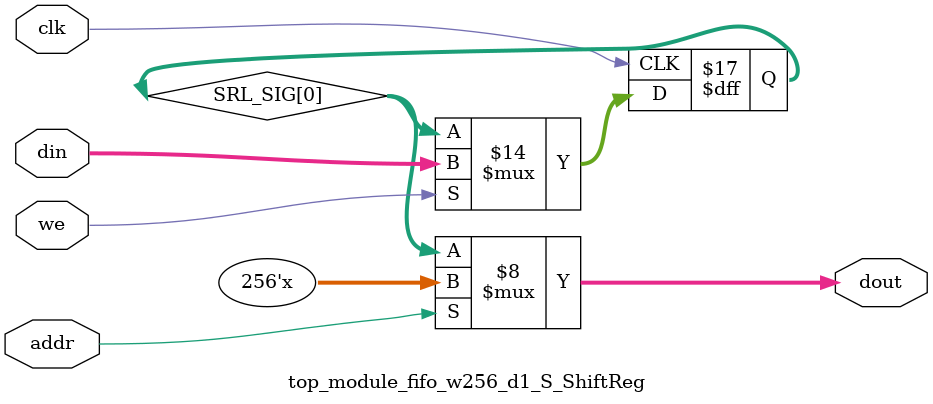
<source format=v>

`timescale 1 ns / 1 ps

module top_module_fifo_w256_d1_S
#(parameter
    MEM_STYLE   = "shiftReg",
    DATA_WIDTH  = 256,
    ADDR_WIDTH  = 1,
    DEPTH       = 1)
(
    // system signal
    input  wire                  clk,
    input  wire                  reset,

    // write
    output wire                  if_full_n,
    input  wire                  if_write_ce,
    input  wire                  if_write,
    input  wire [DATA_WIDTH-1:0] if_din,
    
    // read 
    output wire [ADDR_WIDTH:0]   if_num_data_valid, // for FRP
    output wire [ADDR_WIDTH:0]   if_fifo_cap,       // for FRP
    output wire                  if_empty_n,
    input  wire                  if_read_ce,
    input  wire                  if_read,
    output wire [DATA_WIDTH-1:0] if_dout
);
//------------------------Parameter----------------------

//------------------------Local signal-------------------
wire [ADDR_WIDTH-1:0] addr;
wire                  push;
wire                  pop;
reg signed [ADDR_WIDTH:0]   mOutPtr;
reg                   empty_n = 1'b0;
reg                   full_n  = 1'b1;
// with almost full?  no 
//------------------------Instantiation------------------
top_module_fifo_w256_d1_S_ShiftReg 
#(  .DATA_WIDTH (DATA_WIDTH),
    .ADDR_WIDTH (ADDR_WIDTH),
    .DEPTH      (DEPTH))
U_top_module_fifo_w256_d1_S_ShiftReg (
    .clk        (clk),
    .we         (push),
    .addr       (addr),
    .din        (if_din),
    .dout       (if_dout)
);
//------------------------Task and function--------------

//------------------------Body---------------------------
// has num_data_valid ? 
assign if_num_data_valid = mOutPtr + 1'b1; // yes
assign if_fifo_cap = DEPTH; // yes 

// has almost full ? 
assign if_full_n  = full_n; //no 
assign if_empty_n = empty_n;

assign push = (if_write & if_write_ce) & full_n;
assign pop  = (if_read & if_read_ce) & empty_n;
assign addr = mOutPtr[ADDR_WIDTH] == 1'b0 ? mOutPtr[ADDR_WIDTH-1:0]:{ADDR_WIDTH{1'b0}};

// full_n
always @(posedge clk ) begin
    if (reset == 1'b1)
        full_n <= 1'b1;
    else if (push & ~pop) begin
        if (mOutPtr == DEPTH - 2)
            full_n <= 1'b0;
    end
    else if (~push & pop)
        full_n <= 1'b1;
end

// almost_full_n 

// empty_n
always @(posedge clk ) begin
    if (reset == 1'b1)
        empty_n <= 1'b0;
    else if (push & ~pop)
        empty_n <= 1'b1;
    else if (~push & pop) begin
        if (mOutPtr == 0)
            empty_n <= 1'b0;
    end
end

// mOutPtr
always @(posedge clk ) begin
    if (reset == 1'b1)
        mOutPtr <= {ADDR_WIDTH+1{1'b1}};
    else if (push & ~pop)
        mOutPtr <= mOutPtr + 1'b1;
    else if (~push & pop)
        mOutPtr <= mOutPtr - 1'b1;
end

endmodule  


module top_module_fifo_w256_d1_S_ShiftReg
#(parameter
    DATA_WIDTH  = 256,
    ADDR_WIDTH  = 1,
    DEPTH       = 1)
(
    input  wire                  clk,
    input  wire                  we,
    input  wire [ADDR_WIDTH-1:0] addr,
    input  wire [DATA_WIDTH-1:0] din,
    output wire [DATA_WIDTH-1:0] dout
);

reg [DATA_WIDTH-1:0] SRL_SIG [0:DEPTH-1];
integer i;

always @ (posedge clk) begin
    if (we) begin
        for (i=0; i<DEPTH-1; i=i+1)
            SRL_SIG[i+1] <= SRL_SIG[i];
        SRL_SIG[0] <= din;
    end
end

assign dout = SRL_SIG[addr];

endmodule

</source>
